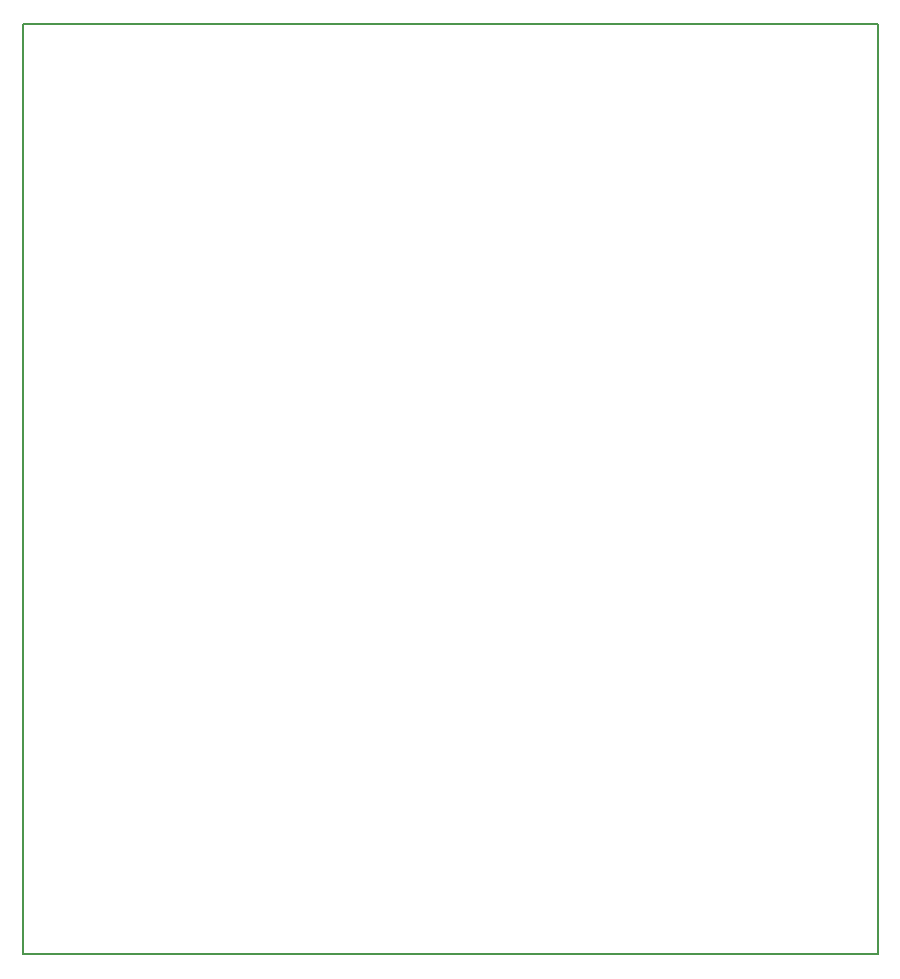
<source format=gbo>
G04 MADE WITH FRITZING*
G04 WWW.FRITZING.ORG*
G04 DOUBLE SIDED*
G04 HOLES PLATED*
G04 CONTOUR ON CENTER OF CONTOUR VECTOR*
%ASAXBY*%
%FSLAX23Y23*%
%MOIN*%
%OFA0B0*%
%SFA1.0B1.0*%
%ADD10R,2.858270X3.110240X2.842270X3.094240*%
%ADD11C,0.008000*%
%LNSILK0*%
G90*
G70*
G54D11*
X4Y3106D02*
X2854Y3106D01*
X2854Y4D01*
X4Y4D01*
X4Y3106D01*
D02*
G04 End of Silk0*
M02*
</source>
